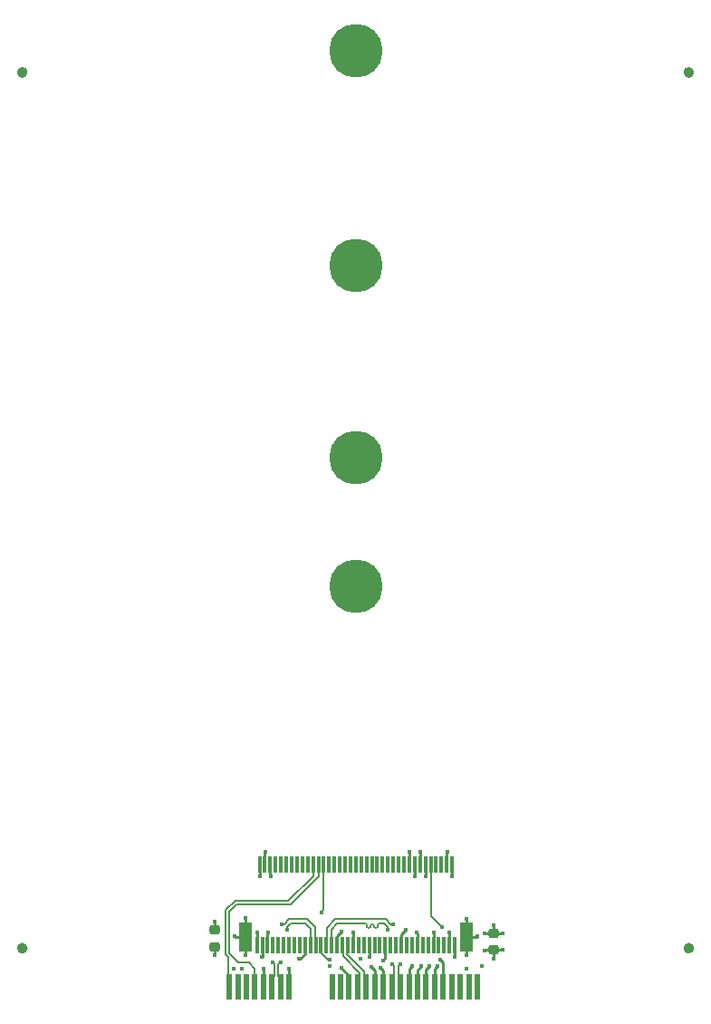
<source format=gtl>
%TF.GenerationSoftware,KiCad,Pcbnew,7.0.11-2.fc39*%
%TF.CreationDate,2024-03-17T16:29:43+01:00*%
%TF.ProjectId,mini-pcie-m.2-key-m-adapter,6d696e69-2d70-4636-9965-2d6d2e322d6b,rev?*%
%TF.SameCoordinates,Original*%
%TF.FileFunction,Copper,L1,Top*%
%TF.FilePolarity,Positive*%
%FSLAX46Y46*%
G04 Gerber Fmt 4.6, Leading zero omitted, Abs format (unit mm)*
G04 Created by KiCad (PCBNEW 7.0.11-2.fc39) date 2024-03-17 16:29:43*
%MOMM*%
%LPD*%
G01*
G04 APERTURE LIST*
G04 Aperture macros list*
%AMRoundRect*
0 Rectangle with rounded corners*
0 $1 Rounding radius*
0 $2 $3 $4 $5 $6 $7 $8 $9 X,Y pos of 4 corners*
0 Add a 4 corners polygon primitive as box body*
4,1,4,$2,$3,$4,$5,$6,$7,$8,$9,$2,$3,0*
0 Add four circle primitives for the rounded corners*
1,1,$1+$1,$2,$3*
1,1,$1+$1,$4,$5*
1,1,$1+$1,$6,$7*
1,1,$1+$1,$8,$9*
0 Add four rect primitives between the rounded corners*
20,1,$1+$1,$2,$3,$4,$5,0*
20,1,$1+$1,$4,$5,$6,$7,0*
20,1,$1+$1,$6,$7,$8,$9,0*
20,1,$1+$1,$8,$9,$2,$3,0*%
G04 Aperture macros list end*
%TA.AperFunction,EtchedComponent*%
%ADD10C,0.500000*%
%TD*%
%TA.AperFunction,SMDPad,CuDef*%
%ADD11R,0.600000X2.350000*%
%TD*%
%TA.AperFunction,ComponentPad*%
%ADD12C,5.000000*%
%TD*%
%TA.AperFunction,SMDPad,CuDef*%
%ADD13R,0.300000X1.550000*%
%TD*%
%TA.AperFunction,SMDPad,CuDef*%
%ADD14R,1.200000X2.700000*%
%TD*%
%TA.AperFunction,SMDPad,CuDef*%
%ADD15RoundRect,0.225000X0.250000X-0.225000X0.250000X0.225000X-0.250000X0.225000X-0.250000X-0.225000X0*%
%TD*%
%TA.AperFunction,ViaPad*%
%ADD16C,0.450000*%
%TD*%
%TA.AperFunction,Conductor*%
%ADD17C,0.200000*%
%TD*%
%TA.AperFunction,Conductor*%
%ADD18C,0.250000*%
%TD*%
%TA.AperFunction,Conductor*%
%ADD19C,0.127000*%
%TD*%
%TA.AperFunction,Conductor*%
%ADD20C,0.090000*%
%TD*%
G04 APERTURE END LIST*
%TO.C,REF\u002A\u002A*%
D10*
X95250000Y-75000000D02*
G75*
G03*
X94750000Y-75000000I-250000J0D01*
G01*
X94750000Y-75000000D02*
G75*
G03*
X95250000Y-75000000I250000J0D01*
G01*
X32950000Y6825000D02*
G75*
G03*
X32450000Y6825000I-250000J0D01*
G01*
X32450000Y6825000D02*
G75*
G03*
X32950000Y6825000I250000J0D01*
G01*
X32950000Y-75000000D02*
G75*
G03*
X32450000Y-75000000I-250000J0D01*
G01*
X32450000Y-75000000D02*
G75*
G03*
X32950000Y-75000000I250000J0D01*
G01*
X95250000Y6824999D02*
G75*
G03*
X94750000Y6824999I-250000J0D01*
G01*
X94750000Y6824999D02*
G75*
G03*
X95250000Y6824999I250000J0D01*
G01*
%TD*%
D11*
%TO.P,J1,1,~{WAKE}*%
%TO.N,/~{WAKE}*%
X52050000Y-78625000D03*
%TO.P,J1,3,COEX1*%
%TO.N,unconnected-(J1-Pad3)*%
X52850000Y-78625000D03*
%TO.P,J1,5,COEX2*%
%TO.N,unconnected-(J1-Pad5)*%
X53650000Y-78625000D03*
%TO.P,J1,7,~{CLKREQ}*%
%TO.N,/~{REQ}*%
X54450000Y-78625000D03*
%TO.P,J1,9,GND*%
%TO.N,GND*%
X55250000Y-78625000D03*
%TO.P,J1,11,REF_CLK-*%
%TO.N,/CLK-*%
X56050000Y-78625000D03*
%TO.P,J1,13,REF_CLK+*%
%TO.N,/CLK+*%
X56850000Y-78625000D03*
%TO.P,J1,15,GND*%
%TO.N,GND*%
X57650000Y-78625000D03*
%TO.P,J1,17,UIM_C8_RSV*%
%TO.N,unconnected-(J1-Pad17)*%
X61650000Y-78625000D03*
%TO.P,J1,19,UIM_C4_RSV*%
%TO.N,unconnected-(J1-Pad19)*%
X62450000Y-78625000D03*
%TO.P,J1,21,GND*%
%TO.N,GND*%
X63250000Y-78625000D03*
%TO.P,J1,23,PERn0*%
%TO.N,/RX-*%
X64050000Y-78625000D03*
%TO.P,J1,25,PERp0*%
%TO.N,/RX+*%
X64850000Y-78625000D03*
%TO.P,J1,27,GND*%
%TO.N,GND*%
X65650000Y-78625000D03*
%TO.P,J1,29,GND*%
X66450000Y-78625000D03*
%TO.P,J1,31,PETn0*%
%TO.N,/TX-*%
X67250000Y-78625000D03*
%TO.P,J1,33,PETp0*%
%TO.N,/TX+*%
X68050000Y-78625000D03*
%TO.P,J1,35,GND*%
%TO.N,GND*%
X68850000Y-78625000D03*
%TO.P,J1,37,GND*%
X69650000Y-78625000D03*
%TO.P,J1,39,+3.3Vaux*%
%TO.N,+3V3*%
X70450000Y-78625000D03*
%TO.P,J1,41,+3.3Vaux*%
X71250000Y-78625000D03*
%TO.P,J1,43,GND*%
%TO.N,GND*%
X72050000Y-78625000D03*
%TO.P,J1,45,Reserved*%
%TO.N,unconnected-(J1-Pad45)*%
X72850000Y-78625000D03*
%TO.P,J1,47,Reserved*%
%TO.N,unconnected-(J1-Pad47)*%
X73650000Y-78625000D03*
%TO.P,J1,49,Reserved*%
%TO.N,unconnected-(J1-Pad49)*%
X74450000Y-78625000D03*
%TO.P,J1,51,Reserved*%
%TO.N,unconnected-(J1-Pad51)*%
X75250000Y-78625000D03*
%TD*%
D12*
%TO.P,,1,1*%
%TO.N,GND*%
X63875000Y-41175000D03*
%TD*%
%TO.P,,1,1*%
%TO.N,GND*%
X63875000Y-29175000D03*
%TD*%
%TO.P,,1,1*%
%TO.N,GND*%
X63875000Y-11175000D03*
%TD*%
%TO.P,,1,1*%
%TO.N,GND*%
X63875000Y8825000D03*
%TD*%
D13*
%TO.P,J2,1,GND*%
%TO.N,GND*%
X73130000Y-74700000D03*
%TO.P,J2,2,3.3V*%
%TO.N,+3V3*%
X72880000Y-67150000D03*
%TO.P,J2,3,GND*%
%TO.N,GND*%
X72630000Y-74700000D03*
%TO.P,J2,4,3.3V*%
%TO.N,+3V3*%
X72380000Y-67150000D03*
%TO.P,J2,5,PERn3*%
%TO.N,unconnected-(J2-Pad5)*%
X72130000Y-74700000D03*
%TO.P,J2,6,NC*%
%TO.N,unconnected-(J2-Pad6)*%
X71880000Y-67150000D03*
%TO.P,J2,7,PERp3*%
%TO.N,unconnected-(J2-Pad7)*%
X71630000Y-74700000D03*
%TO.P,J2,8,NC*%
%TO.N,unconnected-(J2-Pad8)*%
X71380000Y-67150000D03*
%TO.P,J2,9,GND*%
%TO.N,GND*%
X71130000Y-74700000D03*
%TO.P,J2,10,DAS/~{DSS}/~{LED1}*%
%TO.N,/~{LED}*%
X70880000Y-67150000D03*
%TO.P,J2,11,PETn3*%
%TO.N,unconnected-(J2-Pad11)*%
X70630000Y-74700000D03*
%TO.P,J2,12,3.3V*%
%TO.N,+3V3*%
X70380000Y-67150000D03*
%TO.P,J2,13,PETp3*%
%TO.N,unconnected-(J2-Pad13)*%
X70130000Y-74700000D03*
%TO.P,J2,14,3.3V*%
%TO.N,+3V3*%
X69880000Y-67150000D03*
%TO.P,J2,15,GND*%
%TO.N,GND*%
X69630000Y-74700000D03*
%TO.P,J2,16,3.3V*%
%TO.N,+3V3*%
X69380000Y-67150000D03*
%TO.P,J2,17,PERn2*%
%TO.N,unconnected-(J2-Pad17)*%
X69130000Y-74700000D03*
%TO.P,J2,18,3.3V*%
%TO.N,+3V3*%
X68880000Y-67150000D03*
%TO.P,J2,19,PERp2*%
%TO.N,unconnected-(J2-Pad19)*%
X68630000Y-74700000D03*
%TO.P,J2,20,NC*%
%TO.N,unconnected-(J2-Pad20)*%
X68380000Y-67150000D03*
%TO.P,J2,21,GND*%
%TO.N,GND*%
X68130000Y-74700000D03*
%TO.P,J2,22,NC*%
%TO.N,unconnected-(J2-Pad22)*%
X67880000Y-67150000D03*
%TO.P,J2,23,PETn2*%
%TO.N,unconnected-(J2-Pad23)*%
X67630000Y-74700000D03*
%TO.P,J2,24,NC*%
%TO.N,unconnected-(J2-Pad24)*%
X67380000Y-67150000D03*
%TO.P,J2,25,PETp2*%
%TO.N,unconnected-(J2-Pad25)*%
X67130000Y-74700000D03*
%TO.P,J2,26,NC*%
%TO.N,unconnected-(J2-Pad26)*%
X66880000Y-67150000D03*
%TO.P,J2,27,GND*%
%TO.N,GND*%
X66630000Y-74700000D03*
%TO.P,J2,28,NC*%
%TO.N,unconnected-(J2-Pad28)*%
X66380000Y-67150000D03*
%TO.P,J2,29,PERn1*%
%TO.N,unconnected-(J2-Pad29)*%
X66130000Y-74700000D03*
%TO.P,J2,30,NC*%
%TO.N,unconnected-(J2-Pad30)*%
X65880000Y-67150000D03*
%TO.P,J2,31,PERp1*%
%TO.N,unconnected-(J2-Pad31)*%
X65630000Y-74700000D03*
%TO.P,J2,32,NC*%
%TO.N,unconnected-(J2-Pad32)*%
X65380000Y-67150000D03*
%TO.P,J2,33,GND*%
%TO.N,GND*%
X65130000Y-74700000D03*
%TO.P,J2,34,NC*%
%TO.N,unconnected-(J2-Pad34)*%
X64880000Y-67150000D03*
%TO.P,J2,35,PETn1*%
%TO.N,unconnected-(J2-Pad35)*%
X64630000Y-74700000D03*
%TO.P,J2,36,NC*%
%TO.N,unconnected-(J2-Pad36)*%
X64380000Y-67150000D03*
%TO.P,J2,37,PETp1*%
%TO.N,unconnected-(J2-Pad37)*%
X64130000Y-74700000D03*
%TO.P,J2,38,DEVSLP*%
%TO.N,unconnected-(J2-Pad38)*%
X63880000Y-67150000D03*
%TO.P,J2,39,GND*%
%TO.N,GND*%
X63630000Y-74700000D03*
%TO.P,J2,40,NC*%
%TO.N,unconnected-(J2-Pad40)*%
X63380000Y-67150000D03*
%TO.P,J2,41,PERn0/SATA-B+*%
%TO.N,/RX+*%
X63130000Y-74700000D03*
%TO.P,J2,42,NC*%
%TO.N,unconnected-(J2-Pad42)*%
X62880000Y-67150000D03*
%TO.P,J2,43,PERp0/SATA-B-*%
%TO.N,/RX-*%
X62630000Y-74700000D03*
%TO.P,J2,44,NC*%
%TO.N,unconnected-(J2-Pad44)*%
X62380000Y-67150000D03*
%TO.P,J2,45,GND*%
%TO.N,GND*%
X62130000Y-74700000D03*
%TO.P,J2,46,NC*%
%TO.N,unconnected-(J2-Pad46)*%
X61880000Y-67150000D03*
%TO.P,J2,47,PETn0/SATA-A-*%
%TO.N,/TX-*%
X61630000Y-74700000D03*
%TO.P,J2,48,NC*%
%TO.N,unconnected-(J2-Pad48)*%
X61380000Y-67150000D03*
%TO.P,J2,49,PETp0/SATA-A+*%
%TO.N,/TX+*%
X61130000Y-74700000D03*
%TO.P,J2,50,~{PERST}*%
%TO.N,/~{RST}*%
X60880000Y-67150000D03*
%TO.P,J2,51,GND*%
%TO.N,GND*%
X60630000Y-74700000D03*
%TO.P,J2,52,~{CLKREQ}*%
%TO.N,/~{REQ}*%
X60380000Y-67150000D03*
%TO.P,J2,53,REFCLKn*%
%TO.N,/CLK-*%
X60130000Y-74700000D03*
%TO.P,J2,54,~{PEWAKE}*%
%TO.N,/~{WAKE}*%
X59880000Y-67150000D03*
%TO.P,J2,55,REFCLKp*%
%TO.N,/CLK+*%
X59630000Y-74700000D03*
%TO.P,J2,56,NC*%
%TO.N,unconnected-(J2-Pad56)*%
X59380000Y-67150000D03*
%TO.P,J2,57,GND*%
%TO.N,GND*%
X59130000Y-74700000D03*
%TO.P,J2,58,NC*%
%TO.N,unconnected-(J2-Pad58)*%
X58880000Y-67150000D03*
%TO.P,J2,59*%
%TO.N,N/C*%
X58630000Y-74700000D03*
%TO.P,J2,60*%
X58380000Y-67150000D03*
%TO.P,J2,61*%
X58130000Y-74700000D03*
%TO.P,J2,62*%
X57880000Y-67150000D03*
%TO.P,J2,63*%
X57630000Y-74700000D03*
%TO.P,J2,64*%
X57380000Y-67150000D03*
%TO.P,J2,65*%
X57130000Y-74700000D03*
%TO.P,J2,66*%
X56880000Y-67150000D03*
%TO.P,J2,67,NC*%
%TO.N,unconnected-(J2-Pad67)*%
X56630000Y-74700000D03*
%TO.P,J2,68,SUSCLK*%
%TO.N,unconnected-(J2-Pad68)*%
X56380000Y-67150000D03*
%TO.P,J2,69,PEDET*%
%TO.N,unconnected-(J2-Pad69)*%
X56130000Y-74700000D03*
%TO.P,J2,70,3.3V*%
%TO.N,+3V3*%
X55880000Y-67150000D03*
%TO.P,J2,71,GND*%
%TO.N,GND*%
X55630000Y-74700000D03*
%TO.P,J2,72,3.3V*%
%TO.N,+3V3*%
X55380000Y-67150000D03*
%TO.P,J2,73,GND*%
%TO.N,GND*%
X55130000Y-74700000D03*
%TO.P,J2,74,3.3V*%
%TO.N,+3V3*%
X54880000Y-67150000D03*
%TO.P,J2,75,GND*%
%TO.N,GND*%
X54630000Y-74700000D03*
D14*
%TO.P,J2,MP*%
X53530000Y-73925000D03*
X74230000Y-73925000D03*
%TD*%
D15*
%TO.P,C2,1*%
%TO.N,+3V3*%
X76750000Y-75175000D03*
%TO.P,C2,2*%
%TO.N,GND*%
X76750000Y-73625000D03*
%TD*%
%TO.P,C1,1*%
%TO.N,+3V3*%
X50650000Y-74850000D03*
%TO.P,C1,2*%
%TO.N,GND*%
X50650000Y-73300000D03*
%TD*%
D16*
%TO.N,GND*%
X55100000Y-75850000D03*
X53550000Y-72200000D03*
X69100000Y-76700000D03*
X53250000Y-76950000D03*
X61450000Y-76050000D03*
X74250000Y-75650000D03*
X50650000Y-72475000D03*
X55650000Y-73550000D03*
X68550000Y-73300000D03*
X65150000Y-75850000D03*
X66200000Y-76800000D03*
X52550000Y-73900000D03*
X71800000Y-76100000D03*
X75950000Y-73650000D03*
X54650000Y-73550000D03*
X66400000Y-76150000D03*
X58550000Y-75950000D03*
X65350000Y-76750000D03*
X63650000Y-73550000D03*
X76750000Y-72850000D03*
X53550000Y-75650000D03*
X71150000Y-73550000D03*
X70000000Y-76700000D03*
X74200000Y-72250000D03*
X74250000Y-76950000D03*
X75200000Y-73900000D03*
X57650000Y-76950000D03*
X72600000Y-73550000D03*
X69600000Y-73550000D03*
X73150000Y-75850000D03*
X77600000Y-73600000D03*
X62550000Y-73450000D03*
X62550000Y-76850000D03*
X55250000Y-76950000D03*
X61450000Y-76700000D03*
%TO.N,/TX-*%
X67275000Y-76515678D03*
X66834834Y-73265166D03*
%TO.N,/TX+*%
X68025000Y-76515678D03*
X67365166Y-72734834D03*
%TO.N,+3V3*%
X72900000Y-68300000D03*
X72400000Y-66000000D03*
X70750000Y-76700000D03*
X52450000Y-76950000D03*
X69900000Y-66000000D03*
X70400000Y-68250000D03*
X71500000Y-76700000D03*
X54900000Y-68300000D03*
X75900000Y-75200000D03*
X64350000Y-75950000D03*
X75650000Y-76700000D03*
X76750000Y-76000000D03*
X77600000Y-75150000D03*
X69400000Y-68250000D03*
X68900000Y-66000000D03*
X55400000Y-66000000D03*
X50650000Y-75675000D03*
X55900000Y-68300000D03*
%TO.N,/CLK+*%
X57465166Y-73265166D03*
X56825000Y-76300000D03*
%TO.N,/CLK-*%
X56075000Y-76300000D03*
X56934834Y-72734834D03*
%TO.N,/~{RST}*%
X60650000Y-71650000D03*
%TO.N,/~{LED}*%
X71900000Y-73050000D03*
%TD*%
D17*
%TO.N,/TX-*%
X65911500Y-72858500D02*
X65911500Y-73003228D01*
X65584500Y-73003228D02*
X65584500Y-72858500D01*
X65584472Y-73003228D02*
G75*
G03*
X65748000Y-73166728I163528J28D01*
G01*
X66512157Y-72695000D02*
X66075000Y-72695000D01*
X65748000Y-73166700D02*
G75*
G03*
X65911500Y-73003228I0J163500D01*
G01*
X66834834Y-73017677D02*
X66512157Y-72695000D01*
X64930500Y-72858500D02*
G75*
G03*
X64767000Y-72695000I-163500J0D01*
G01*
X64930472Y-73003228D02*
G75*
G03*
X65094000Y-73166728I163528J28D01*
G01*
X65421000Y-72695000D02*
G75*
G03*
X65257500Y-72858500I0J-163500D01*
G01*
X66834834Y-73265166D02*
X66834834Y-73017677D01*
X65584500Y-72858500D02*
G75*
G03*
X65421000Y-72695000I-163500J0D01*
G01*
X65094000Y-73166700D02*
G75*
G03*
X65257500Y-73003228I0J163500D01*
G01*
X64930500Y-73003228D02*
X64930500Y-72858500D01*
X66075000Y-72695000D02*
G75*
G03*
X65911500Y-72858500I0J-163500D01*
G01*
X65257500Y-72858500D02*
X65257500Y-73003228D01*
X64767000Y-72695000D02*
X63910856Y-72695000D01*
X63910856Y-72695000D02*
X62127844Y-72695000D01*
X62127844Y-72695000D02*
X61580000Y-73242844D01*
X61580000Y-73242844D02*
X61580000Y-74025000D01*
X61580000Y-74025000D02*
X61630000Y-74075000D01*
X61630000Y-74075000D02*
X61630000Y-74700000D01*
%TO.N,/TX+*%
X61962156Y-72295000D02*
X61180000Y-73077156D01*
X66677843Y-72295000D02*
X61962156Y-72295000D01*
X61130000Y-74075000D02*
X61130000Y-74700000D01*
X61180000Y-74025000D02*
X61130000Y-74075000D01*
X67117677Y-72734834D02*
X66677843Y-72295000D01*
X61180000Y-73077156D02*
X61180000Y-74025000D01*
X67365166Y-72734834D02*
X67117677Y-72734834D01*
X68050000Y-78625000D02*
X68050000Y-77750000D01*
X68050000Y-77750000D02*
X67850000Y-77550000D01*
%TO.N,/TX-*%
X67250000Y-78625000D02*
X67250000Y-77750000D01*
%TO.N,/TX+*%
X67850000Y-77550000D02*
X67850000Y-76690678D01*
X67850000Y-76690678D02*
X68025000Y-76515678D01*
%TO.N,/TX-*%
X67250000Y-77750000D02*
X67450000Y-77550000D01*
X67450000Y-77550000D02*
X67450000Y-76690678D01*
X67450000Y-76690678D02*
X67275000Y-76515678D01*
%TO.N,/RX-*%
X64250000Y-77322844D02*
X64250000Y-77550000D01*
X64250000Y-77550000D02*
X64050000Y-77750000D01*
%TO.N,/RX+*%
X63130000Y-75325000D02*
X63080000Y-75375000D01*
%TO.N,/RX-*%
X62680000Y-75752844D02*
X64250000Y-77322844D01*
X62630000Y-75325000D02*
X62680000Y-75375000D01*
%TO.N,/RX+*%
X64850000Y-77750000D02*
X64850000Y-78625000D01*
X64650000Y-77550000D02*
X64850000Y-77750000D01*
X64650000Y-77157156D02*
X64650000Y-77550000D01*
%TO.N,/RX-*%
X62680000Y-75375000D02*
X62680000Y-75752844D01*
%TO.N,/RX+*%
X63080000Y-75375000D02*
X63080000Y-75587156D01*
%TO.N,/RX-*%
X62630000Y-74700000D02*
X62630000Y-75325000D01*
%TO.N,/RX+*%
X63130000Y-74700000D02*
X63130000Y-75325000D01*
X63080000Y-75587156D02*
X64650000Y-77157156D01*
%TO.N,/RX-*%
X64050000Y-77750000D02*
X64050000Y-78625000D01*
%TO.N,/CLK-*%
X59315631Y-72265000D02*
X57652157Y-72265000D01*
%TO.N,/CLK+*%
X57465166Y-73017677D02*
X57465166Y-73265166D01*
%TO.N,/CLK-*%
X60080000Y-74025000D02*
X60080000Y-73029369D01*
%TO.N,/CLK+*%
X57817843Y-72665000D02*
X57465166Y-73017677D01*
%TO.N,/CLK-*%
X60080000Y-73029369D02*
X59315631Y-72265000D01*
%TO.N,/CLK+*%
X59680000Y-73195057D02*
X59149943Y-72665000D01*
%TO.N,/CLK-*%
X60130000Y-74075000D02*
X60080000Y-74025000D01*
X60130000Y-74700000D02*
X60130000Y-74075000D01*
%TO.N,/CLK+*%
X59680000Y-74025000D02*
X59680000Y-73195057D01*
X59630000Y-74700000D02*
X59630000Y-74075000D01*
%TO.N,/CLK-*%
X57652157Y-72265000D02*
X57182323Y-72734834D01*
%TO.N,/CLK+*%
X59149943Y-72665000D02*
X57817843Y-72665000D01*
X59630000Y-74075000D02*
X59680000Y-74025000D01*
%TO.N,/CLK-*%
X57182323Y-72734834D02*
X56934834Y-72734834D01*
%TO.N,/CLK+*%
X56850000Y-77750000D02*
X56650000Y-77550000D01*
X56650000Y-77550000D02*
X56650000Y-77168444D01*
%TO.N,/CLK-*%
X56050000Y-77750000D02*
X56250000Y-77550000D01*
X56250000Y-77550000D02*
X56250000Y-77168444D01*
%TO.N,/CLK+*%
X56825000Y-76300000D02*
X56650000Y-76475000D01*
X56650000Y-76475000D02*
X56650000Y-77168444D01*
%TO.N,/CLK-*%
X56075000Y-76300000D02*
X56250000Y-76475000D01*
X56250000Y-76475000D02*
X56250000Y-77168444D01*
D18*
%TO.N,GND*%
X76750000Y-73625000D02*
X75975000Y-73625000D01*
X54630000Y-74700000D02*
X54630000Y-73570000D01*
X65650000Y-78625000D02*
X65650000Y-77050000D01*
X76750000Y-73625000D02*
X77575000Y-73625000D01*
X71130000Y-74700000D02*
X71130000Y-73570000D01*
X68130000Y-73720000D02*
X68550000Y-73300000D01*
X55250000Y-78625000D02*
X55250000Y-76950000D01*
X69650000Y-77050000D02*
X70000000Y-76700000D01*
X53530000Y-75630000D02*
X53550000Y-75650000D01*
X53530000Y-73925000D02*
X53530000Y-75630000D01*
X72050000Y-78625000D02*
X72050000Y-76350000D01*
X66450000Y-77050000D02*
X66200000Y-76800000D01*
X69650000Y-78625000D02*
X69650000Y-77050000D01*
X55630000Y-74700000D02*
X55630000Y-73570000D01*
X74230000Y-73925000D02*
X74230000Y-75630000D01*
X53530000Y-72220000D02*
X53550000Y-72200000D01*
X73130000Y-74700000D02*
X73130000Y-75830000D01*
X65130000Y-75830000D02*
X65150000Y-75850000D01*
X72050000Y-76350000D02*
X71800000Y-76100000D01*
X55130000Y-74700000D02*
X55130000Y-75820000D01*
X53530000Y-73925000D02*
X53530000Y-72220000D01*
X50650000Y-73300000D02*
X50650000Y-72475000D01*
X62130000Y-73870000D02*
X62550000Y-73450000D01*
X68130000Y-74700000D02*
X68130000Y-73720000D01*
X58850000Y-75800000D02*
X58700000Y-75950000D01*
X66630000Y-74700000D02*
X66630000Y-75920000D01*
X76750000Y-73625000D02*
X76750000Y-72850000D01*
X65130000Y-74700000D02*
X65130000Y-75830000D01*
X73130000Y-75830000D02*
X73150000Y-75850000D01*
X63630000Y-73570000D02*
X63650000Y-73550000D01*
X68850000Y-78625000D02*
X68850000Y-76950000D01*
D19*
X61250000Y-76050000D02*
X61450000Y-76050000D01*
D18*
X57650000Y-78625000D02*
X57650000Y-76950000D01*
X72630000Y-74700000D02*
X72630000Y-73580000D01*
X66630000Y-75920000D02*
X66400000Y-76150000D01*
X63250000Y-77550000D02*
X62550000Y-76850000D01*
X53530000Y-73925000D02*
X52575000Y-73925000D01*
X63250000Y-78625000D02*
X63250000Y-77550000D01*
X65650000Y-77050000D02*
X65350000Y-76750000D01*
X71130000Y-73570000D02*
X71150000Y-73550000D01*
X62130000Y-74700000D02*
X62130000Y-73870000D01*
X63630000Y-74700000D02*
X63630000Y-73570000D01*
D19*
X60950000Y-75750000D02*
X61250000Y-76050000D01*
D18*
X66450000Y-78625000D02*
X66450000Y-77050000D01*
X72630000Y-73580000D02*
X72600000Y-73550000D01*
D19*
X60630000Y-74700000D02*
X60630000Y-75430000D01*
X60630000Y-75430000D02*
X60950000Y-75750000D01*
D18*
X52575000Y-73925000D02*
X52550000Y-73900000D01*
X54630000Y-73570000D02*
X54650000Y-73550000D01*
X77575000Y-73625000D02*
X77600000Y-73600000D01*
X75175000Y-73925000D02*
X75200000Y-73900000D01*
X74230000Y-73925000D02*
X75175000Y-73925000D01*
X68850000Y-76950000D02*
X69100000Y-76700000D01*
X58700000Y-75950000D02*
X58550000Y-75950000D01*
X74230000Y-75630000D02*
X74250000Y-75650000D01*
X69630000Y-74700000D02*
X69630000Y-73580000D01*
X55630000Y-73570000D02*
X55650000Y-73550000D01*
X74230000Y-73925000D02*
X74230000Y-72280000D01*
X75975000Y-73625000D02*
X75950000Y-73650000D01*
X59130000Y-75520000D02*
X58850000Y-75800000D01*
X74230000Y-72280000D02*
X74200000Y-72250000D01*
X55130000Y-75820000D02*
X55100000Y-75850000D01*
X59130000Y-74700000D02*
X59130000Y-75520000D01*
X69630000Y-73580000D02*
X69600000Y-73550000D01*
%TO.N,+3V3*%
X54880000Y-67150000D02*
X54880000Y-68280000D01*
X76750000Y-75175000D02*
X76750000Y-76000000D01*
X72880000Y-67150000D02*
X72880000Y-68280000D01*
X68880000Y-67150000D02*
X68880000Y-66020000D01*
X69880000Y-66020000D02*
X69900000Y-66000000D01*
X70450000Y-78625000D02*
X70450000Y-77000000D01*
X55880000Y-67150000D02*
X55880000Y-68280000D01*
X72380000Y-66020000D02*
X72400000Y-66000000D01*
X69380000Y-67150000D02*
X69380000Y-68230000D01*
X70380000Y-68230000D02*
X70400000Y-68250000D01*
X69380000Y-68230000D02*
X69400000Y-68250000D01*
X70450000Y-77000000D02*
X70750000Y-76700000D01*
X54880000Y-68280000D02*
X54900000Y-68300000D01*
X75925000Y-75175000D02*
X75900000Y-75200000D01*
X72380000Y-67150000D02*
X72380000Y-66020000D01*
X55380000Y-66020000D02*
X55400000Y-66000000D01*
X71250000Y-76950000D02*
X71500000Y-76700000D01*
X55880000Y-68280000D02*
X55900000Y-68300000D01*
X55380000Y-67150000D02*
X55380000Y-66020000D01*
X76750000Y-75175000D02*
X75925000Y-75175000D01*
X71250000Y-78625000D02*
X71250000Y-76950000D01*
X77575000Y-75175000D02*
X77600000Y-75150000D01*
X76750000Y-75175000D02*
X77575000Y-75175000D01*
X69880000Y-67150000D02*
X69880000Y-66020000D01*
X72880000Y-68280000D02*
X72900000Y-68300000D01*
X70380000Y-67150000D02*
X70380000Y-68230000D01*
X68880000Y-66020000D02*
X68900000Y-66000000D01*
X50650000Y-74850000D02*
X50650000Y-75675000D01*
D20*
%TO.N,/CLK+*%
X56850000Y-78625000D02*
X56850000Y-77750000D01*
X59630000Y-74700000D02*
X59685000Y-74645000D01*
X56850000Y-77750000D02*
X56645000Y-77545000D01*
%TO.N,/CLK-*%
X60130000Y-74700000D02*
X60075000Y-74645000D01*
X56050000Y-77750000D02*
X56255000Y-77545000D01*
X56050000Y-78625000D02*
X56050000Y-77750000D01*
D19*
%TO.N,/~{REQ}*%
X57800000Y-70900000D02*
X52725000Y-70900000D01*
X60380000Y-68320000D02*
X57800000Y-70900000D01*
X52725000Y-70900000D02*
X52050000Y-71575000D01*
X52050000Y-71575000D02*
X52050000Y-75450000D01*
X54450000Y-76900000D02*
X54450000Y-78625000D01*
X52050000Y-75450000D02*
X52925000Y-76325000D01*
X52925000Y-76325000D02*
X53875000Y-76325000D01*
X60380000Y-67150000D02*
X60380000Y-68320000D01*
X53875000Y-76325000D02*
X54450000Y-76900000D01*
%TO.N,/~{WAKE}*%
X51725000Y-71450000D02*
X51725000Y-75575000D01*
X51850000Y-78050000D02*
X51850000Y-77850000D01*
X59880000Y-67150000D02*
X59880000Y-68270000D01*
X52050000Y-78625000D02*
X52050000Y-77575000D01*
X51975000Y-77500000D02*
X51975000Y-75825000D01*
X52050000Y-78250000D02*
X51850000Y-78050000D01*
X52050000Y-77575000D02*
X51975000Y-77500000D01*
X59880000Y-68270000D02*
X57575000Y-70575000D01*
X51975000Y-75825000D02*
X51725000Y-75575000D01*
X52600000Y-70575000D02*
X51725000Y-71450000D01*
X57575000Y-70575000D02*
X52600000Y-70575000D01*
X52050000Y-78625000D02*
X52050000Y-78250000D01*
%TO.N,/~{RST}*%
X60880000Y-67150000D02*
X60880000Y-71420000D01*
X60880000Y-71420000D02*
X60650000Y-71650000D01*
%TO.N,/~{LED}*%
X70880000Y-67150000D02*
X70880000Y-72030000D01*
X70880000Y-72030000D02*
X71900000Y-73050000D01*
%TD*%
M02*

</source>
